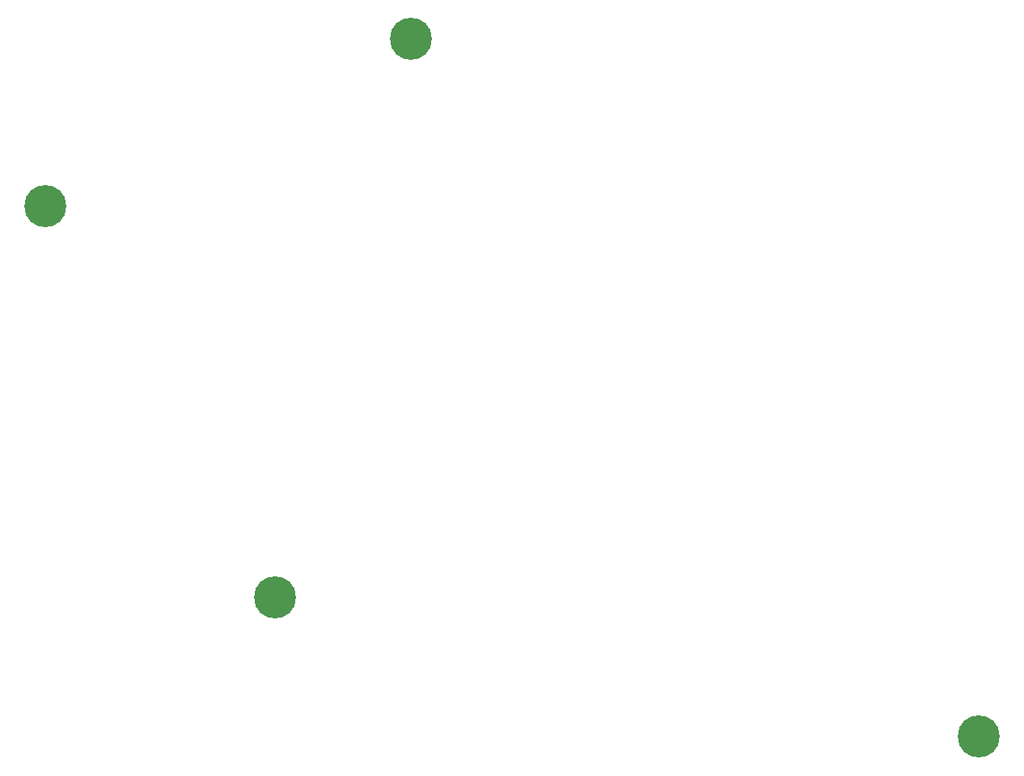
<source format=gbr>
%TF.GenerationSoftware,KiCad,Pcbnew,5.1.8*%
%TF.CreationDate,2021-01-06T22:13:21+01:00*%
%TF.ProjectId,split_3x_bottom,73706c69-745f-4337-985f-626f74746f6d,rev?*%
%TF.SameCoordinates,Original*%
%TF.FileFunction,Copper,L2,Bot*%
%TF.FilePolarity,Positive*%
%FSLAX46Y46*%
G04 Gerber Fmt 4.6, Leading zero omitted, Abs format (unit mm)*
G04 Created by KiCad (PCBNEW 5.1.8) date 2021-01-06 22:13:21*
%MOMM*%
%LPD*%
G01*
G04 APERTURE LIST*
%TA.AperFunction,ComponentPad*%
%ADD10C,0.700000*%
%TD*%
%TA.AperFunction,ComponentPad*%
%ADD11C,4.400000*%
%TD*%
G04 APERTURE END LIST*
D10*
%TO.P, ,1*%
%TO.N,N/C*%
X195635476Y-140120774D03*
X194468750Y-139637500D03*
X193302024Y-140120774D03*
X192818750Y-141287500D03*
X193302024Y-142454226D03*
X194468750Y-142937500D03*
X195635476Y-142454226D03*
X196118750Y-141287500D03*
D11*
X194468750Y-141287500D03*
%TD*%
D10*
%TO.P, ,1*%
%TO.N,N/C*%
X121916726Y-125583274D03*
X120750000Y-125100000D03*
X119583274Y-125583274D03*
X119100000Y-126750000D03*
X119583274Y-127916726D03*
X120750000Y-128400000D03*
X121916726Y-127916726D03*
X122400000Y-126750000D03*
D11*
X120750000Y-126750000D03*
%TD*%
D10*
%TO.P, ,1*%
%TO.N,N/C*%
X136166726Y-67083274D03*
X135000000Y-66600000D03*
X133833274Y-67083274D03*
X133350000Y-68250000D03*
X133833274Y-69416726D03*
X135000000Y-69900000D03*
X136166726Y-69416726D03*
X136650000Y-68250000D03*
D11*
X135000000Y-68250000D03*
%TD*%
D10*
%TO.P, ,1*%
%TO.N,N/C*%
X97916726Y-84583274D03*
X96750000Y-84100000D03*
X95583274Y-84583274D03*
X95100000Y-85750000D03*
X95583274Y-86916726D03*
X96750000Y-87400000D03*
X97916726Y-86916726D03*
X98400000Y-85750000D03*
D11*
X96750000Y-85750000D03*
%TD*%
M02*

</source>
